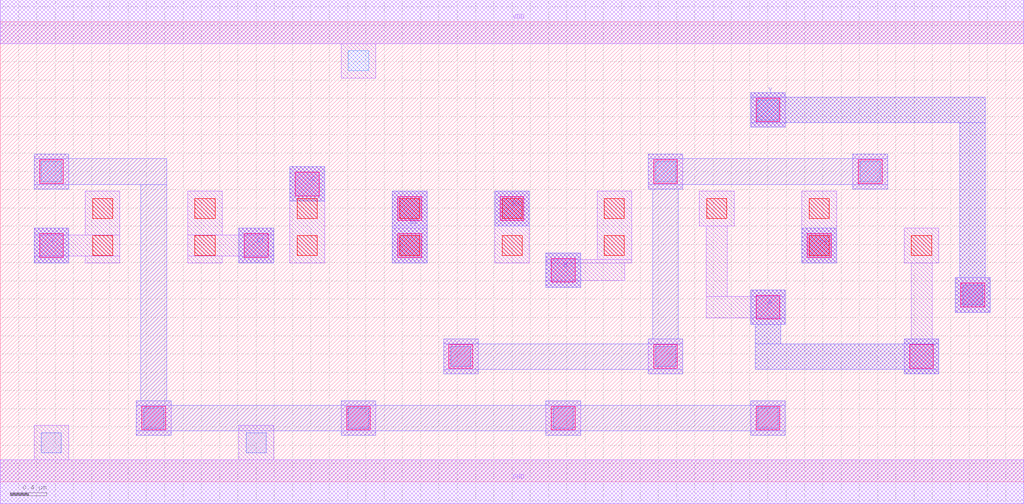
<source format=lef>
MACRO AOOAI233
 CLASS CORE ;
 FOREIGN AOOAI233 0 0 ;
 SIZE 11.200000000000001 BY 5.04 ;
 ORIGIN 0 0 ;
 SYMMETRY X Y R90 ;
 SITE unit ;
  PIN VDD
   DIRECTION INOUT ;
   USE POWER ;
   SHAPE ABUTMENT ;
    PORT
     CLASS CORE ;
       LAYER met1 ;
        RECT 0.00000000 4.80000000 11.20000000 5.28000000 ;
    END
  END VDD

  PIN GND
   DIRECTION INOUT ;
   USE POWER ;
   SHAPE ABUTMENT ;
    PORT
     CLASS CORE ;
       LAYER met1 ;
        RECT 0.00000000 -0.24000000 11.20000000 0.24000000 ;
    END
  END GND

  PIN Y
   DIRECTION INOUT ;
   USE SIGNAL ;
   SHAPE ABUTMENT ;
    PORT
     CLASS CORE ;
       LAYER met2 ;
        RECT 10.45000000 1.85700000 10.83000000 2.23700000 ;
        RECT 8.21000000 3.88200000 8.59000000 3.93200000 ;
        RECT 10.50000000 2.23700000 10.78000000 3.93200000 ;
        RECT 8.21000000 3.93200000 10.78000000 4.21200000 ;
        RECT 8.21000000 4.21200000 8.59000000 4.26200000 ;
    END
  END Y

  PIN B
   DIRECTION INOUT ;
   USE SIGNAL ;
   SHAPE ABUTMENT ;
    PORT
     CLASS CORE ;
       LAYER met2 ;
        RECT 5.97000000 2.12700000 6.35000000 2.50700000 ;
    END
  END B

  PIN A1
   DIRECTION INOUT ;
   USE SIGNAL ;
   SHAPE ABUTMENT ;
    PORT
     CLASS CORE ;
       LAYER met2 ;
        RECT 8.77000000 2.39700000 9.15000000 2.77700000 ;
    END
  END A1

  PIN C
   DIRECTION INOUT ;
   USE SIGNAL ;
   SHAPE ABUTMENT ;
    PORT
     CLASS CORE ;
       LAYER met2 ;
        RECT 0.37000000 2.39700000 0.75000000 2.77700000 ;
    END
  END C

  PIN C1
   DIRECTION INOUT ;
   USE SIGNAL ;
   SHAPE ABUTMENT ;
    PORT
     CLASS CORE ;
       LAYER met2 ;
        RECT 2.61000000 2.39700000 2.99000000 2.77700000 ;
    END
  END C1

  PIN B2
   DIRECTION INOUT ;
   USE SIGNAL ;
   SHAPE ABUTMENT ;
    PORT
     CLASS CORE ;
       LAYER met2 ;
        RECT 4.29000000 2.39700000 4.67000000 3.18200000 ;
    END
  END B2

  PIN C2
   DIRECTION INOUT ;
   USE SIGNAL ;
   SHAPE ABUTMENT ;
    PORT
     CLASS CORE ;
       LAYER met2 ;
        RECT 3.17000000 3.07200000 3.55000000 3.45200000 ;
    END
  END C2

  PIN A
   DIRECTION INOUT ;
   USE SIGNAL ;
   SHAPE ABUTMENT ;
    PORT
     CLASS CORE ;
       LAYER met2 ;
        RECT 9.89000000 1.18200000 10.27000000 1.23200000 ;
        RECT 8.26000000 1.23200000 10.27000000 1.51200000 ;
        RECT 9.89000000 1.51200000 10.27000000 1.56200000 ;
        RECT 8.26000000 1.51200000 8.54000000 1.72200000 ;
        RECT 8.21000000 1.72200000 8.59000000 2.10200000 ;
    END
  END A

  PIN B1
   DIRECTION INOUT ;
   USE SIGNAL ;
   SHAPE ABUTMENT ;
    PORT
     CLASS CORE ;
       LAYER met2 ;
        RECT 5.41000000 2.80200000 5.79000000 3.18200000 ;
    END
  END B1

 OBS
    LAYER polycont ;
     RECT 1.01000000 2.47700000 1.23000000 2.69700000 ;
     RECT 2.13000000 2.47700000 2.35000000 2.69700000 ;
     RECT 3.25000000 2.47700000 3.47000000 2.69700000 ;
     RECT 4.37000000 2.47700000 4.59000000 2.69700000 ;
     RECT 5.49000000 2.47700000 5.71000000 2.69700000 ;
     RECT 6.61000000 2.47700000 6.83000000 2.69700000 ;
     RECT 8.85000000 2.47700000 9.07000000 2.69700000 ;
     RECT 9.97000000 2.47700000 10.19000000 2.69700000 ;
     RECT 1.01000000 2.88200000 1.23000000 3.10200000 ;
     RECT 2.13000000 2.88200000 2.35000000 3.10200000 ;
     RECT 3.25000000 2.88200000 3.47000000 3.10200000 ;
     RECT 4.37000000 2.88200000 4.59000000 3.10200000 ;
     RECT 5.49000000 2.88200000 5.71000000 3.10200000 ;
     RECT 6.61000000 2.88200000 6.83000000 3.10200000 ;
     RECT 7.73000000 2.88200000 7.95000000 3.10200000 ;
     RECT 8.85000000 2.88200000 9.07000000 3.10200000 ;

    LAYER pdiffc ;
     RECT 0.45000000 3.28700000 0.67000000 3.50700000 ;
     RECT 7.17000000 3.28700000 7.39000000 3.50700000 ;
     RECT 9.41000000 3.28700000 9.63000000 3.50700000 ;
     RECT 8.29000000 3.96200000 8.51000000 4.18200000 ;
     RECT 3.81000000 4.50200000 4.03000000 4.72200000 ;

    LAYER ndiffc ;
     RECT 0.45000000 0.31700000 0.67000000 0.53700000 ;
     RECT 2.69000000 0.31700000 2.91000000 0.53700000 ;
     RECT 1.57000000 0.58700000 1.79000000 0.80700000 ;
     RECT 3.81000000 0.58700000 4.03000000 0.80700000 ;
     RECT 6.05000000 0.58700000 6.27000000 0.80700000 ;
     RECT 8.29000000 0.58700000 8.51000000 0.80700000 ;
     RECT 4.93000000 1.26200000 5.15000000 1.48200000 ;
     RECT 7.17000000 1.26200000 7.39000000 1.48200000 ;
     RECT 10.53000000 1.93700000 10.75000000 2.15700000 ;

    LAYER met1 ;
     RECT 0.00000000 -0.24000000 11.20000000 0.24000000 ;
     RECT 0.37000000 0.24000000 0.75000000 0.61700000 ;
     RECT 2.61000000 0.24000000 2.99000000 0.61700000 ;
     RECT 1.49000000 0.50700000 1.87000000 0.88700000 ;
     RECT 3.73000000 0.50700000 4.11000000 0.88700000 ;
     RECT 5.97000000 0.50700000 6.35000000 0.88700000 ;
     RECT 8.21000000 0.50700000 8.59000000 0.88700000 ;
     RECT 4.85000000 1.18200000 5.23000000 1.56200000 ;
     RECT 7.09000000 1.18200000 7.47000000 1.56200000 ;
     RECT 10.45000000 1.85700000 10.83000000 2.23700000 ;
     RECT 4.29000000 2.39700000 4.67000000 2.77700000 ;
     RECT 9.89000000 1.18200000 10.27000000 1.56200000 ;
     RECT 9.96500000 1.56200000 10.19500000 2.39700000 ;
     RECT 9.89000000 2.39700000 10.27000000 2.77700000 ;
     RECT 0.37000000 2.39700000 0.75000000 2.47200000 ;
     RECT 0.93000000 2.39700000 1.31000000 2.47200000 ;
     RECT 0.37000000 2.47200000 1.31000000 2.70200000 ;
     RECT 0.37000000 2.70200000 0.75000000 2.77700000 ;
     RECT 0.93000000 2.70200000 1.31000000 3.18200000 ;
     RECT 2.05000000 2.39700000 2.43000000 2.47200000 ;
     RECT 2.61000000 2.39700000 2.99000000 2.47200000 ;
     RECT 2.05000000 2.47200000 2.99000000 2.70200000 ;
     RECT 2.61000000 2.70200000 2.99000000 2.77700000 ;
     RECT 2.05000000 2.70200000 2.43000000 3.18200000 ;
     RECT 4.29000000 2.80200000 4.67000000 3.18200000 ;
     RECT 5.41000000 2.39700000 5.79000000 3.18200000 ;
     RECT 5.97000000 2.12700000 6.35000000 2.20200000 ;
     RECT 5.97000000 2.20200000 6.83500000 2.39700000 ;
     RECT 5.97000000 2.39700000 6.91000000 2.43200000 ;
     RECT 5.97000000 2.43200000 6.35000000 2.50700000 ;
     RECT 6.53000000 2.43200000 6.91000000 3.18200000 ;
     RECT 8.21000000 1.72200000 8.59000000 1.79700000 ;
     RECT 7.72500000 1.79700000 8.59000000 2.02700000 ;
     RECT 8.21000000 2.02700000 8.59000000 2.10200000 ;
     RECT 7.72500000 2.02700000 7.95500000 2.80200000 ;
     RECT 7.65000000 2.80200000 8.03000000 3.18200000 ;
     RECT 8.77000000 2.39700000 9.15000000 3.18200000 ;
     RECT 3.17000000 2.39700000 3.55000000 3.45200000 ;
     RECT 0.37000000 3.20700000 0.75000000 3.58700000 ;
     RECT 7.09000000 3.20700000 7.47000000 3.58700000 ;
     RECT 9.33000000 3.20700000 9.71000000 3.58700000 ;
     RECT 8.21000000 3.88200000 8.59000000 4.26200000 ;
     RECT 3.73000000 4.42200000 4.11000000 4.80000000 ;
     RECT 0.00000000 4.80000000 11.20000000 5.28000000 ;

    LAYER via1 ;
     RECT 1.55000000 0.56700000 1.81000000 0.82700000 ;
     RECT 3.79000000 0.56700000 4.05000000 0.82700000 ;
     RECT 6.03000000 0.56700000 6.29000000 0.82700000 ;
     RECT 8.27000000 0.56700000 8.53000000 0.82700000 ;
     RECT 4.91000000 1.24200000 5.17000000 1.50200000 ;
     RECT 7.15000000 1.24200000 7.41000000 1.50200000 ;
     RECT 9.95000000 1.24200000 10.21000000 1.50200000 ;
     RECT 8.27000000 1.78200000 8.53000000 2.04200000 ;
     RECT 10.51000000 1.91700000 10.77000000 2.17700000 ;
     RECT 6.03000000 2.18700000 6.29000000 2.44700000 ;
     RECT 0.43000000 2.45700000 0.69000000 2.71700000 ;
     RECT 2.67000000 2.45700000 2.93000000 2.71700000 ;
     RECT 4.35000000 2.45700000 4.61000000 2.71700000 ;
     RECT 8.83000000 2.45700000 9.09000000 2.71700000 ;
     RECT 4.35000000 2.86200000 4.61000000 3.12200000 ;
     RECT 5.47000000 2.86200000 5.73000000 3.12200000 ;
     RECT 3.23000000 3.13200000 3.49000000 3.39200000 ;
     RECT 0.43000000 3.26700000 0.69000000 3.52700000 ;
     RECT 7.15000000 3.26700000 7.41000000 3.52700000 ;
     RECT 9.39000000 3.26700000 9.65000000 3.52700000 ;
     RECT 8.27000000 3.94200000 8.53000000 4.20200000 ;

    LAYER met2 ;
     RECT 9.89000000 1.18200000 10.27000000 1.23200000 ;
     RECT 8.26000000 1.23200000 10.27000000 1.51200000 ;
     RECT 9.89000000 1.51200000 10.27000000 1.56200000 ;
     RECT 8.26000000 1.51200000 8.54000000 1.72200000 ;
     RECT 8.21000000 1.72200000 8.59000000 2.10200000 ;
     RECT 5.97000000 2.12700000 6.35000000 2.50700000 ;
     RECT 0.37000000 2.39700000 0.75000000 2.77700000 ;
     RECT 2.61000000 2.39700000 2.99000000 2.77700000 ;
     RECT 8.77000000 2.39700000 9.15000000 2.77700000 ;
     RECT 4.29000000 2.39700000 4.67000000 3.18200000 ;
     RECT 5.41000000 2.80200000 5.79000000 3.18200000 ;
     RECT 3.17000000 3.07200000 3.55000000 3.45200000 ;
     RECT 1.49000000 0.50700000 1.87000000 0.55700000 ;
     RECT 3.73000000 0.50700000 4.11000000 0.55700000 ;
     RECT 5.97000000 0.50700000 6.35000000 0.55700000 ;
     RECT 8.21000000 0.50700000 8.59000000 0.55700000 ;
     RECT 1.49000000 0.55700000 8.59000000 0.83700000 ;
     RECT 1.49000000 0.83700000 1.87000000 0.88700000 ;
     RECT 3.73000000 0.83700000 4.11000000 0.88700000 ;
     RECT 5.97000000 0.83700000 6.35000000 0.88700000 ;
     RECT 8.21000000 0.83700000 8.59000000 0.88700000 ;
     RECT 0.37000000 3.20700000 0.75000000 3.25700000 ;
     RECT 1.54000000 0.88700000 1.82000000 3.25700000 ;
     RECT 0.37000000 3.25700000 1.82000000 3.53700000 ;
     RECT 0.37000000 3.53700000 0.75000000 3.58700000 ;
     RECT 4.85000000 1.18200000 5.23000000 1.23200000 ;
     RECT 7.09000000 1.18200000 7.47000000 1.23200000 ;
     RECT 4.85000000 1.23200000 7.47000000 1.51200000 ;
     RECT 4.85000000 1.51200000 5.23000000 1.56200000 ;
     RECT 7.09000000 1.51200000 7.47000000 1.56200000 ;
     RECT 7.14000000 1.56200000 7.42000000 3.20700000 ;
     RECT 7.09000000 3.20700000 7.47000000 3.25700000 ;
     RECT 9.33000000 3.20700000 9.71000000 3.25700000 ;
     RECT 7.09000000 3.25700000 9.71000000 3.53700000 ;
     RECT 7.09000000 3.53700000 7.47000000 3.58700000 ;
     RECT 9.33000000 3.53700000 9.71000000 3.58700000 ;
     RECT 10.45000000 1.85700000 10.83000000 2.23700000 ;
     RECT 8.21000000 3.88200000 8.59000000 3.93200000 ;
     RECT 10.50000000 2.23700000 10.78000000 3.93200000 ;
     RECT 8.21000000 3.93200000 10.78000000 4.21200000 ;
     RECT 8.21000000 4.21200000 8.59000000 4.26200000 ;

 END
END AOOAI233

</source>
